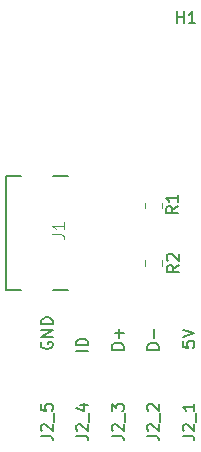
<source format=gbr>
%TF.GenerationSoftware,KiCad,Pcbnew,(5.1.10)-1*%
%TF.CreationDate,2021-05-17T17:41:51-05:00*%
%TF.ProjectId,YMDK_USB_C,594d444b-5f55-4534-925f-432e6b696361,rev?*%
%TF.SameCoordinates,Original*%
%TF.FileFunction,Legend,Top*%
%TF.FilePolarity,Positive*%
%FSLAX46Y46*%
G04 Gerber Fmt 4.6, Leading zero omitted, Abs format (unit mm)*
G04 Created by KiCad (PCBNEW (5.1.10)-1) date 2021-05-17 17:41:51*
%MOMM*%
%LPD*%
G01*
G04 APERTURE LIST*
%ADD10C,0.200000*%
%ADD11C,0.120000*%
%ADD12C,0.015000*%
%ADD13C,0.150000*%
G04 APERTURE END LIST*
D10*
%TO.C,J1*%
X133750000Y-73308000D02*
X132500000Y-73308000D01*
X133750000Y-63728000D02*
X132500000Y-63728000D01*
X128500000Y-73308000D02*
X129780000Y-73308000D01*
X128500000Y-63728000D02*
X128500000Y-73308000D01*
X129780000Y-63728000D02*
X128500000Y-63728000D01*
D11*
%TO.C,R2*%
X141745000Y-70832936D02*
X141745000Y-71287064D01*
X140275000Y-70832936D02*
X140275000Y-71287064D01*
%TO.C,R1*%
X140275000Y-66427064D02*
X140275000Y-65972936D01*
X141745000Y-66427064D02*
X141745000Y-65972936D01*
%TO.C,J1*%
D12*
X132422380Y-68623333D02*
X133136666Y-68623333D01*
X133279523Y-68670952D01*
X133374761Y-68766190D01*
X133422380Y-68909047D01*
X133422380Y-69004285D01*
X133422380Y-67623333D02*
X133422380Y-68194761D01*
X133422380Y-67909047D02*
X132422380Y-67909047D01*
X132565238Y-68004285D01*
X132660476Y-68099523D01*
X132708095Y-68194761D01*
%TO.C,H1*%
D13*
X142970095Y-50744880D02*
X142970095Y-49744880D01*
X142970095Y-50221071D02*
X143541523Y-50221071D01*
X143541523Y-50744880D02*
X143541523Y-49744880D01*
X144541523Y-50744880D02*
X143970095Y-50744880D01*
X144255809Y-50744880D02*
X144255809Y-49744880D01*
X144160571Y-49887738D01*
X144065333Y-49982976D01*
X143970095Y-50030595D01*
%TO.C,J2_5*%
X131452380Y-85690476D02*
X132166666Y-85690476D01*
X132309523Y-85738095D01*
X132404761Y-85833333D01*
X132452380Y-85976190D01*
X132452380Y-86071428D01*
X131547619Y-85261904D02*
X131500000Y-85214285D01*
X131452380Y-85119047D01*
X131452380Y-84880952D01*
X131500000Y-84785714D01*
X131547619Y-84738095D01*
X131642857Y-84690476D01*
X131738095Y-84690476D01*
X131880952Y-84738095D01*
X132452380Y-85309523D01*
X132452380Y-84690476D01*
X132547619Y-84500000D02*
X132547619Y-83738095D01*
X131452380Y-83023809D02*
X131452380Y-83500000D01*
X131928571Y-83547619D01*
X131880952Y-83500000D01*
X131833333Y-83404761D01*
X131833333Y-83166666D01*
X131880952Y-83071428D01*
X131928571Y-83023809D01*
X132023809Y-82976190D01*
X132261904Y-82976190D01*
X132357142Y-83023809D01*
X132404761Y-83071428D01*
X132452380Y-83166666D01*
X132452380Y-83404761D01*
X132404761Y-83500000D01*
X132357142Y-83547619D01*
X131500000Y-77761904D02*
X131452380Y-77857142D01*
X131452380Y-78000000D01*
X131500000Y-78142857D01*
X131595238Y-78238095D01*
X131690476Y-78285714D01*
X131880952Y-78333333D01*
X132023809Y-78333333D01*
X132214285Y-78285714D01*
X132309523Y-78238095D01*
X132404761Y-78142857D01*
X132452380Y-78000000D01*
X132452380Y-77904761D01*
X132404761Y-77761904D01*
X132357142Y-77714285D01*
X132023809Y-77714285D01*
X132023809Y-77904761D01*
X132452380Y-77285714D02*
X131452380Y-77285714D01*
X132452380Y-76714285D01*
X131452380Y-76714285D01*
X132452380Y-76238095D02*
X131452380Y-76238095D01*
X131452380Y-76000000D01*
X131500000Y-75857142D01*
X131595238Y-75761904D01*
X131690476Y-75714285D01*
X131880952Y-75666666D01*
X132023809Y-75666666D01*
X132214285Y-75714285D01*
X132309523Y-75761904D01*
X132404761Y-75857142D01*
X132452380Y-76000000D01*
X132452380Y-76238095D01*
%TO.C,J2_4*%
X134452380Y-85690476D02*
X135166666Y-85690476D01*
X135309523Y-85738095D01*
X135404761Y-85833333D01*
X135452380Y-85976190D01*
X135452380Y-86071428D01*
X134547619Y-85261904D02*
X134500000Y-85214285D01*
X134452380Y-85119047D01*
X134452380Y-84880952D01*
X134500000Y-84785714D01*
X134547619Y-84738095D01*
X134642857Y-84690476D01*
X134738095Y-84690476D01*
X134880952Y-84738095D01*
X135452380Y-85309523D01*
X135452380Y-84690476D01*
X135547619Y-84500000D02*
X135547619Y-83738095D01*
X134785714Y-83071428D02*
X135452380Y-83071428D01*
X134404761Y-83309523D02*
X135119047Y-83547619D01*
X135119047Y-82928571D01*
X135452380Y-78500000D02*
X134452380Y-78500000D01*
X135452380Y-78023809D02*
X134452380Y-78023809D01*
X134452380Y-77785714D01*
X134500000Y-77642857D01*
X134595238Y-77547619D01*
X134690476Y-77500000D01*
X134880952Y-77452380D01*
X135023809Y-77452380D01*
X135214285Y-77500000D01*
X135309523Y-77547619D01*
X135404761Y-77642857D01*
X135452380Y-77785714D01*
X135452380Y-78023809D01*
%TO.C,J2_3*%
X137452380Y-85690476D02*
X138166666Y-85690476D01*
X138309523Y-85738095D01*
X138404761Y-85833333D01*
X138452380Y-85976190D01*
X138452380Y-86071428D01*
X137547619Y-85261904D02*
X137500000Y-85214285D01*
X137452380Y-85119047D01*
X137452380Y-84880952D01*
X137500000Y-84785714D01*
X137547619Y-84738095D01*
X137642857Y-84690476D01*
X137738095Y-84690476D01*
X137880952Y-84738095D01*
X138452380Y-85309523D01*
X138452380Y-84690476D01*
X138547619Y-84500000D02*
X138547619Y-83738095D01*
X137452380Y-83595238D02*
X137452380Y-82976190D01*
X137833333Y-83309523D01*
X137833333Y-83166666D01*
X137880952Y-83071428D01*
X137928571Y-83023809D01*
X138023809Y-82976190D01*
X138261904Y-82976190D01*
X138357142Y-83023809D01*
X138404761Y-83071428D01*
X138452380Y-83166666D01*
X138452380Y-83452380D01*
X138404761Y-83547619D01*
X138357142Y-83595238D01*
X138452380Y-78380952D02*
X137452380Y-78380952D01*
X137452380Y-78142857D01*
X137500000Y-78000000D01*
X137595238Y-77904761D01*
X137690476Y-77857142D01*
X137880952Y-77809523D01*
X138023809Y-77809523D01*
X138214285Y-77857142D01*
X138309523Y-77904761D01*
X138404761Y-78000000D01*
X138452380Y-78142857D01*
X138452380Y-78380952D01*
X138071428Y-77380952D02*
X138071428Y-76619047D01*
X138452380Y-77000000D02*
X137690476Y-77000000D01*
%TO.C,J2_2*%
X140452380Y-85690476D02*
X141166666Y-85690476D01*
X141309523Y-85738095D01*
X141404761Y-85833333D01*
X141452380Y-85976190D01*
X141452380Y-86071428D01*
X140547619Y-85261904D02*
X140500000Y-85214285D01*
X140452380Y-85119047D01*
X140452380Y-84880952D01*
X140500000Y-84785714D01*
X140547619Y-84738095D01*
X140642857Y-84690476D01*
X140738095Y-84690476D01*
X140880952Y-84738095D01*
X141452380Y-85309523D01*
X141452380Y-84690476D01*
X141547619Y-84500000D02*
X141547619Y-83738095D01*
X140547619Y-83547619D02*
X140500000Y-83500000D01*
X140452380Y-83404761D01*
X140452380Y-83166666D01*
X140500000Y-83071428D01*
X140547619Y-83023809D01*
X140642857Y-82976190D01*
X140738095Y-82976190D01*
X140880952Y-83023809D01*
X141452380Y-83595238D01*
X141452380Y-82976190D01*
X141452380Y-78380952D02*
X140452380Y-78380952D01*
X140452380Y-78142857D01*
X140500000Y-78000000D01*
X140595238Y-77904761D01*
X140690476Y-77857142D01*
X140880952Y-77809523D01*
X141023809Y-77809523D01*
X141214285Y-77857142D01*
X141309523Y-77904761D01*
X141404761Y-78000000D01*
X141452380Y-78142857D01*
X141452380Y-78380952D01*
X141071428Y-77380952D02*
X141071428Y-76619047D01*
%TO.C,J2_1*%
X143452380Y-85690476D02*
X144166666Y-85690476D01*
X144309523Y-85738095D01*
X144404761Y-85833333D01*
X144452380Y-85976190D01*
X144452380Y-86071428D01*
X143547619Y-85261904D02*
X143500000Y-85214285D01*
X143452380Y-85119047D01*
X143452380Y-84880952D01*
X143500000Y-84785714D01*
X143547619Y-84738095D01*
X143642857Y-84690476D01*
X143738095Y-84690476D01*
X143880952Y-84738095D01*
X144452380Y-85309523D01*
X144452380Y-84690476D01*
X144547619Y-84500000D02*
X144547619Y-83738095D01*
X144452380Y-82976190D02*
X144452380Y-83547619D01*
X144452380Y-83261904D02*
X143452380Y-83261904D01*
X143595238Y-83357142D01*
X143690476Y-83452380D01*
X143738095Y-83547619D01*
X143452380Y-77690476D02*
X143452380Y-78166666D01*
X143928571Y-78214285D01*
X143880952Y-78166666D01*
X143833333Y-78071428D01*
X143833333Y-77833333D01*
X143880952Y-77738095D01*
X143928571Y-77690476D01*
X144023809Y-77642857D01*
X144261904Y-77642857D01*
X144357142Y-77690476D01*
X144404761Y-77738095D01*
X144452380Y-77833333D01*
X144452380Y-78071428D01*
X144404761Y-78166666D01*
X144357142Y-78214285D01*
X143452380Y-77357142D02*
X144452380Y-77023809D01*
X143452380Y-76690476D01*
%TO.C,R2*%
X143112380Y-71226666D02*
X142636190Y-71560000D01*
X143112380Y-71798095D02*
X142112380Y-71798095D01*
X142112380Y-71417142D01*
X142160000Y-71321904D01*
X142207619Y-71274285D01*
X142302857Y-71226666D01*
X142445714Y-71226666D01*
X142540952Y-71274285D01*
X142588571Y-71321904D01*
X142636190Y-71417142D01*
X142636190Y-71798095D01*
X142207619Y-70845714D02*
X142160000Y-70798095D01*
X142112380Y-70702857D01*
X142112380Y-70464761D01*
X142160000Y-70369523D01*
X142207619Y-70321904D01*
X142302857Y-70274285D01*
X142398095Y-70274285D01*
X142540952Y-70321904D01*
X143112380Y-70893333D01*
X143112380Y-70274285D01*
%TO.C,R1*%
X143052380Y-66256666D02*
X142576190Y-66590000D01*
X143052380Y-66828095D02*
X142052380Y-66828095D01*
X142052380Y-66447142D01*
X142100000Y-66351904D01*
X142147619Y-66304285D01*
X142242857Y-66256666D01*
X142385714Y-66256666D01*
X142480952Y-66304285D01*
X142528571Y-66351904D01*
X142576190Y-66447142D01*
X142576190Y-66828095D01*
X143052380Y-65304285D02*
X143052380Y-65875714D01*
X143052380Y-65590000D02*
X142052380Y-65590000D01*
X142195238Y-65685238D01*
X142290476Y-65780476D01*
X142338095Y-65875714D01*
%TD*%
M02*

</source>
